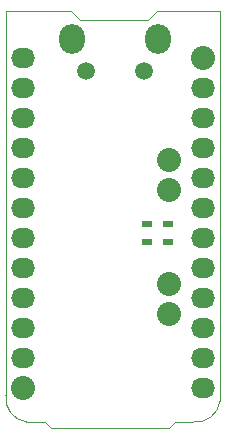
<source format=gbs>
G04 #@! TF.FileFunction,Soldermask,Bot*
%FSLAX46Y46*%
G04 Gerber Fmt 4.6, Leading zero omitted, Abs format (unit mm)*
G04 Created by KiCad (PCBNEW 4.0.1-stable) date 01-Oct-16 1:06:19 PM*
%MOMM*%
G01*
G04 APERTURE LIST*
%ADD10C,0.150000*%
%ADD11C,0.100000*%
%ADD12C,2.032000*%
%ADD13O,2.032000X2.032000*%
%ADD14R,0.900000X0.500000*%
%ADD15C,1.500000*%
%ADD16O,2.200000X2.500000*%
%ADD17O,2.032000X1.727200*%
G04 APERTURE END LIST*
D10*
D11*
X169748200Y-123545600D02*
X169748200Y-90500200D01*
X151648400Y-123076200D02*
G75*
G03X153398400Y-125326200I2000000J-250000D01*
G01*
X154923800Y-125326200D02*
X153423800Y-125326200D01*
X155423800Y-125826200D02*
X154923800Y-125326200D01*
X165449200Y-125826200D02*
X155449200Y-125826200D01*
X165974600Y-125326200D02*
X165474600Y-125826200D01*
X167474600Y-125326200D02*
X165974600Y-125326200D01*
X151650700Y-90487500D02*
X151650700Y-123075700D01*
X151648400Y-90500000D02*
X157148400Y-90500000D01*
X157173800Y-90500000D02*
X157923800Y-91250000D01*
X164449200Y-90500000D02*
X163699200Y-91250000D01*
X164439600Y-90500200D02*
X169748200Y-90500200D01*
X163699200Y-91250000D02*
X157949200Y-91250000D01*
X167500000Y-125326200D02*
G75*
G03X169750000Y-123576200I250000J2000000D01*
G01*
D12*
X165455600Y-116154200D03*
D13*
X165455600Y-113614200D03*
D12*
X165455600Y-105689400D03*
D13*
X165455600Y-103149400D03*
D14*
X163550600Y-108597000D03*
X163550600Y-110097000D03*
X165354000Y-108571600D03*
X165354000Y-110071600D03*
D15*
X163300000Y-95575000D03*
D16*
X164500000Y-92925000D03*
D15*
X158450000Y-95575000D03*
D16*
X157250000Y-92925000D03*
D12*
X153050000Y-122425000D03*
D17*
X153050000Y-119885000D03*
X153050000Y-117345000D03*
X153050000Y-114805000D03*
X153050000Y-112265000D03*
X153050000Y-109725000D03*
X153050000Y-107185000D03*
X153050000Y-104645000D03*
X153050000Y-102105000D03*
X153050000Y-99565000D03*
X153050000Y-97025000D03*
X153050000Y-94485000D03*
D12*
X168300000Y-94500000D03*
D17*
X168300000Y-97040000D03*
X168300000Y-99580000D03*
X168300000Y-102120000D03*
X168300000Y-104660000D03*
X168300000Y-107200000D03*
X168300000Y-109740000D03*
X168300000Y-112280000D03*
X168300000Y-114820000D03*
X168300000Y-117360000D03*
X168300000Y-119900000D03*
X168300000Y-122440000D03*
M02*

</source>
